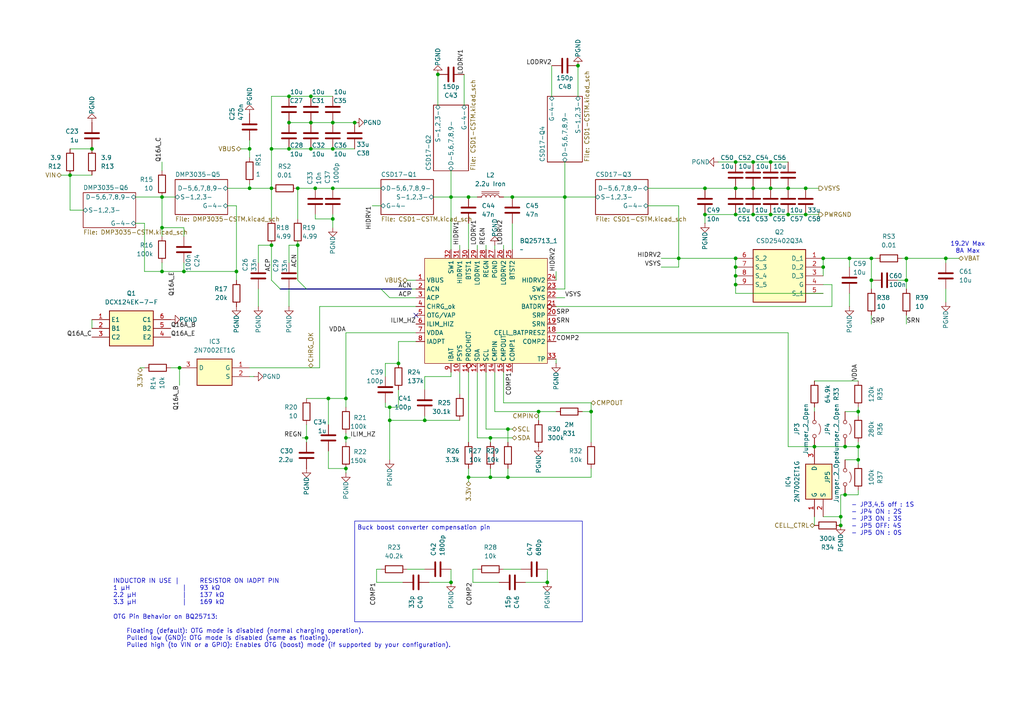
<source format=kicad_sch>
(kicad_sch (version 20250114) (generator "eeschema") (generator_version "9.0")
  (paper "A4")
  (rectangle (start 102.87 151.13) (end 168.91 180.34))
  (text "OTG Pin Behavior on BQ25713:\n\n    Floating (default): OTG mode is disabled (normal charging operation).\n    Pulled low (GND): OTG mode is disabled (same as floating).\n    Pulled high (to VIN or a GPIO): Enables OTG (boost) mode (if supported by your configuration).\n" (at 32.766 183.134 0) (effects (font (size 1.27 1.27)) (justify left)))
  (text "19.2V Max\n8A Max" (at 280.67 71.882 0) (effects (font (size 1.27 1.27))))
  (text " - JP3,4,5 off : 1S\n - JP4 ON : 2S\n - JP3 ON : 3S\n - JP5 OFF: 4S\n - JP5 ON : 0S" (at 245.872 150.622 0) (effects (font (size 1.27 1.27)) (justify left)))
  (text "INDUCTOR IN USE |	RESISTOR ON IADPT PIN\n1 μH 			|	93 kΩ\n2.2 μH 			|	137 kΩ\n3.3 μH 			|	169 kΩ" (at 32.766 171.704 0) (effects (font (size 1.27 1.27)) (justify left)))
  (text "Buck boost converter compensation pin" (at 122.936 153.162 0) (effects (font (size 1.27 1.27))))
  (junction (at 127 21.59))
  (junction (at 96.52 54.61))
  (junction (at 96.52 43.18))
  (junction (at 91.44 54.61))
  (junction (at 218.44 62.23))
  (junction (at 196.85 74.93))
  (junction (at 72.39 43.18))
  (junction (at 46.99 66.04))
  (junction (at 243.84 149.86))
  (junction (at 246.38 74.93))
  (junction (at 90.17 35.56))
  (junction (at 135.89 138.43))
  (junction (at 83.82 27.94))
  (junction (at 100.33 135.89))
  (junction (at 238.76 74.93))
  (junction (at 252.73 81.28))
  (junction (at 130.81 168.91))
  (junction (at 238.76 77.47))
  (junction (at 148.59 57.15))
  (junction (at 233.68 54.61))
  (junction (at 90.17 43.18))
  (junction (at 115.57 105.41))
  (junction (at 95.25 115.57))
  (junction (at 171.45 119.38))
  (junction (at 228.6 54.61))
  (junction (at 46.99 78.74))
  (junction (at 167.64 19.05))
  (junction (at 113.03 118.11))
  (junction (at 213.36 62.23))
  (junction (at 102.87 35.56))
  (junction (at 83.82 35.56))
  (junction (at 135.89 57.15))
  (junction (at 233.68 62.23))
  (junction (at 100.33 115.57))
  (junction (at 130.81 57.15))
  (junction (at 46.99 57.15))
  (junction (at 213.36 74.93))
  (junction (at 248.92 133.35))
  (junction (at 245.11 143.51))
  (junction (at 100.33 127))
  (junction (at 223.52 62.23))
  (junction (at 20.32 50.8))
  (junction (at 248.92 119.38))
  (junction (at 243.84 152.4))
  (junction (at 262.89 74.93))
  (junction (at 68.58 78.74))
  (junction (at 213.36 80.01))
  (junction (at 262.89 81.28))
  (junction (at 163.83 57.15))
  (junction (at 147.32 124.46))
  (junction (at 142.24 138.43))
  (junction (at 213.36 46.99))
  (junction (at 86.36 71.12))
  (junction (at 26.67 43.18))
  (junction (at 213.36 77.47))
  (junction (at 53.34 78.74))
  (junction (at 90.17 27.94))
  (junction (at 113.03 121.92))
  (junction (at 78.74 71.12))
  (junction (at 252.73 74.93))
  (junction (at 274.32 74.93))
  (junction (at 218.44 54.61))
  (junction (at 236.22 129.54))
  (junction (at 204.47 62.23))
  (junction (at 248.92 129.54))
  (junction (at 245.11 129.54))
  (junction (at 96.52 35.56))
  (junction (at 218.44 46.99))
  (junction (at 83.82 43.18))
  (junction (at 142.24 127))
  (junction (at 223.52 46.99))
  (junction (at 156.21 119.38))
  (junction (at 213.36 54.61))
  (junction (at 147.32 138.43))
  (junction (at 223.52 54.61))
  (junction (at 78.74 54.61))
  (junction (at 123.19 121.92))
  (junction (at 96.52 63.5))
  (junction (at 204.47 54.61))
  (junction (at 72.39 54.61))
  (junction (at 52.07 106.68))
  (junction (at 78.74 43.18))
  (junction (at 228.6 62.23))
  (junction (at 86.36 54.61))
  (junction (at 213.36 82.55))
  (junction (at 158.75 168.91))
  (junction (at 88.9 127))
  (no_connect (at 120.65 91.44))
  (bus_entry (at 86.36 81.28) (size 2.54 2.54))
  (bus_entry (at 78.74 81.28) (size 2.54 2.54))
  (bus_entry (at 110.49 83.82) (size 2.54 2.54))
  (wire (pts (xy 196.85 74.93) (xy 213.36 74.93)))
  (wire (pts (xy 46.99 49.53) (xy 46.99 46.99)))
  (wire (pts (xy 274.32 74.93) (xy 278.13 74.93)))
  (wire (pts (xy 113.03 121.92) (xy 113.03 133.35)))
  (wire (pts (xy 213.36 62.23) (xy 218.44 62.23)))
  (wire (pts (xy 248.92 129.54) (xy 248.92 133.35)))
  (wire (pts (xy 115.57 99.06) (xy 120.65 99.06)))
  (wire (pts (xy 236.22 149.86) (xy 236.22 152.4)))
  (wire (pts (xy 90.17 43.18) (xy 96.52 43.18)))
  (wire (pts (xy 113.03 118.11) (xy 115.57 118.11)))
  (wire (pts (xy 91.44 63.5) (xy 96.52 63.5)))
  (wire (pts (xy 69.85 43.18) (xy 72.39 43.18)))
  (wire (pts (xy 143.51 119.38) (xy 143.51 107.95)))
  (wire (pts (xy 135.89 57.15) (xy 138.43 57.15)))
  (wire (pts (xy 95.25 115.57) (xy 88.9 115.57)))
  (wire (pts (xy 72.39 54.61) (xy 78.74 54.61)))
  (wire (pts (xy 218.44 46.99) (xy 223.52 46.99)))
  (wire (pts (xy 260.35 81.28) (xy 262.89 81.28)))
  (wire (pts (xy 107.95 59.69) (xy 110.49 59.69)))
  (wire (pts (xy 74.93 88.9) (xy 74.93 83.82)))
  (wire (pts (xy 123.19 120.65) (xy 123.19 121.92)))
  (wire (pts (xy 46.99 68.58) (xy 46.99 66.04)))
  (wire (pts (xy 171.45 135.89) (xy 171.45 138.43)))
  (wire (pts (xy 262.89 83.82) (xy 262.89 81.28)))
  (wire (pts (xy 83.82 27.94) (xy 90.17 27.94)))
  (wire (pts (xy 138.43 71.12) (xy 138.43 72.39)))
  (wire (pts (xy 68.58 59.69) (xy 68.58 78.74)))
  (wire (pts (xy 147.32 128.27) (xy 147.32 124.46)))
  (wire (pts (xy 83.82 76.2) (xy 83.82 71.12)))
  (wire (pts (xy 109.22 165.1) (xy 110.49 165.1)))
  (wire (pts (xy 233.68 62.23) (xy 237.49 62.23)))
  (wire (pts (xy 246.38 88.9) (xy 246.38 85.09)))
  (wire (pts (xy 228.6 96.52) (xy 228.6 129.54)))
  (wire (pts (xy 163.83 46.99) (xy 163.83 57.15)))
  (wire (pts (xy 78.74 71.12) (xy 74.93 71.12)))
  (wire (pts (xy 137.16 168.91) (xy 137.16 165.1)))
  (wire (pts (xy 88.9 123.19) (xy 88.9 127)))
  (wire (pts (xy 39.37 57.15) (xy 46.99 57.15)))
  (wire (pts (xy 228.6 54.61) (xy 233.68 54.61)))
  (wire (pts (xy 238.76 74.93) (xy 238.76 77.47)))
  (wire (pts (xy 161.29 83.82) (xy 163.83 83.82)))
  (wire (pts (xy 147.32 135.89) (xy 147.32 138.43)))
  (wire (pts (xy 204.47 62.23) (xy 213.36 62.23)))
  (wire (pts (xy 83.82 83.82) (xy 83.82 88.9)))
  (wire (pts (xy 92.71 88.9) (xy 92.71 106.68)))
  (wire (pts (xy 243.84 152.4) (xy 243.84 149.86)))
  (bus (pts (xy 110.49 83.82) (xy 119.38 83.82)))
  (wire (pts (xy 118.11 81.28) (xy 120.65 81.28)))
  (wire (pts (xy 245.11 119.38) (xy 248.92 119.38)))
  (wire (pts (xy 133.35 107.95) (xy 133.35 114.3)))
  (wire (pts (xy 274.32 74.93) (xy 274.32 76.2)))
  (wire (pts (xy 148.59 127) (xy 142.24 127)))
  (wire (pts (xy 156.21 121.92) (xy 156.21 119.38)))
  (wire (pts (xy 140.97 71.12) (xy 140.97 72.39)))
  (wire (pts (xy 66.04 54.61) (xy 72.39 54.61)))
  (wire (pts (xy 228.6 62.23) (xy 233.68 62.23)))
  (wire (pts (xy 113.03 121.92) (xy 123.19 121.92)))
  (wire (pts (xy 161.29 96.52) (xy 228.6 96.52)))
  (wire (pts (xy 111.76 118.11) (xy 111.76 116.84)))
  (wire (pts (xy 161.29 105.41) (xy 161.29 104.14)))
  (bus (pts (xy 88.9 83.82) (xy 110.49 83.82)))
  (wire (pts (xy 248.92 118.11) (xy 248.92 119.38)))
  (wire (pts (xy 160.02 27.94) (xy 160.02 19.05)))
  (wire (pts (xy 66.04 59.69) (xy 68.58 59.69)))
  (wire (pts (xy 171.45 119.38) (xy 171.45 128.27)))
  (wire (pts (xy 163.83 57.15) (xy 148.59 57.15)))
  (wire (pts (xy 86.36 69.85) (xy 86.36 71.12)))
  (wire (pts (xy 152.4 168.91) (xy 158.75 168.91)))
  (wire (pts (xy 20.32 60.96) (xy 24.13 60.96)))
  (wire (pts (xy 115.57 113.03) (xy 115.57 118.11)))
  (wire (pts (xy 243.84 143.51) (xy 245.11 143.51)))
  (wire (pts (xy 228.6 46.99) (xy 223.52 46.99)))
  (wire (pts (xy 245.11 129.54) (xy 236.22 129.54)))
  (wire (pts (xy 86.36 54.61) (xy 91.44 54.61)))
  (wire (pts (xy 228.6 129.54) (xy 236.22 129.54)))
  (wire (pts (xy 100.33 96.52) (xy 120.65 96.52)))
  (wire (pts (xy 78.74 43.18) (xy 78.74 27.94)))
  (wire (pts (xy 248.92 129.54) (xy 245.11 129.54)))
  (wire (pts (xy 86.36 54.61) (xy 86.36 63.5)))
  (wire (pts (xy 96.52 54.61) (xy 110.49 54.61)))
  (wire (pts (xy 88.9 127) (xy 88.9 128.27)))
  (wire (pts (xy 20.32 60.96) (xy 20.32 50.8)))
  (wire (pts (xy 123.19 121.92) (xy 133.35 121.92)))
  (wire (pts (xy 140.97 124.46) (xy 140.97 107.95)))
  (wire (pts (xy 208.28 46.99) (xy 213.36 46.99)))
  (wire (pts (xy 204.47 54.61) (xy 213.36 54.61)))
  (wire (pts (xy 156.21 119.38) (xy 161.29 119.38)))
  (wire (pts (xy 196.85 74.93) (xy 196.85 77.47)))
  (wire (pts (xy 74.93 71.12) (xy 74.93 76.2)))
  (wire (pts (xy 213.36 74.93) (xy 213.36 77.47)))
  (wire (pts (xy 72.39 40.64) (xy 72.39 43.18)))
  (wire (pts (xy 96.52 62.23) (xy 96.52 63.5)))
  (wire (pts (xy 135.89 107.95) (xy 135.89 128.27)))
  (wire (pts (xy 236.22 118.11) (xy 236.22 119.38)))
  (wire (pts (xy 135.89 135.89) (xy 135.89 138.43)))
  (wire (pts (xy 196.85 77.47) (xy 191.77 77.47)))
  (wire (pts (xy 213.36 54.61) (xy 218.44 54.61)))
  (wire (pts (xy 116.84 168.91) (xy 109.22 168.91)))
  (wire (pts (xy 146.05 165.1) (xy 151.13 165.1)))
  (wire (pts (xy 53.34 78.74) (xy 68.58 78.74)))
  (wire (pts (xy 274.32 87.63) (xy 274.32 83.82)))
  (wire (pts (xy 243.84 149.86) (xy 243.84 143.51)))
  (wire (pts (xy 68.58 78.74) (xy 68.58 81.28)))
  (wire (pts (xy 91.44 54.61) (xy 96.52 54.61)))
  (wire (pts (xy 223.52 62.23) (xy 228.6 62.23)))
  (wire (pts (xy 83.82 43.18) (xy 78.74 43.18)))
  (wire (pts (xy 248.92 128.27) (xy 248.92 129.54)))
  (wire (pts (xy 246.38 77.47) (xy 246.38 74.93)))
  (wire (pts (xy 53.34 76.2) (xy 53.34 78.74)))
  (wire (pts (xy 167.64 27.94) (xy 167.64 19.05)))
  (wire (pts (xy 161.29 88.9) (xy 241.3 88.9)))
  (wire (pts (xy 39.37 64.77) (xy 41.91 64.77)))
  (wire (pts (xy 46.99 76.2) (xy 46.99 78.74)))
  (wire (pts (xy 161.29 86.36) (xy 163.83 86.36)))
  (wire (pts (xy 130.81 57.15) (xy 130.81 49.53)))
  (wire (pts (xy 90.17 43.18) (xy 83.82 43.18)))
  (wire (pts (xy 41.91 78.74) (xy 46.99 78.74)))
  (wire (pts (xy 248.92 133.35) (xy 245.11 133.35)))
  (wire (pts (xy 95.25 123.19) (xy 95.25 115.57)))
  (wire (pts (xy 135.89 138.43) (xy 142.24 138.43)))
  (wire (pts (xy 196.85 59.69) (xy 196.85 74.93)))
  (wire (pts (xy 241.3 82.55) (xy 238.76 82.55)))
  (wire (pts (xy 111.76 105.41) (xy 115.57 105.41)))
  (wire (pts (xy 118.11 165.1) (xy 123.19 165.1)))
  (wire (pts (xy 100.33 127) (xy 101.6 127)))
  (wire (pts (xy 237.49 54.61) (xy 233.68 54.61)))
  (wire (pts (xy 148.59 124.46) (xy 147.32 124.46)))
  (wire (pts (xy 171.45 138.43) (xy 147.32 138.43)))
  (wire (pts (xy 161.29 78.74) (xy 161.29 81.28)))
  (wire (pts (xy 72.39 53.34) (xy 72.39 54.61)))
  (wire (pts (xy 26.67 92.71) (xy 26.67 95.25)))
  (wire (pts (xy 96.52 63.5) (xy 96.52 66.04)))
  (wire (pts (xy 17.78 50.8) (xy 20.32 50.8)))
  (wire (pts (xy 130.81 107.95) (xy 130.81 109.22)))
  (wire (pts (xy 218.44 46.99) (xy 213.36 46.99)))
  (wire (pts (xy 262.89 74.93) (xy 274.32 74.93)))
  (wire (pts (xy 26.67 50.8) (xy 20.32 50.8)))
  (wire (pts (xy 86.36 71.12) (xy 86.36 81.28)))
  (wire (pts (xy 100.33 135.89) (xy 100.33 137.16)))
  (wire (pts (xy 146.05 71.12) (xy 146.05 72.39)))
  (wire (pts (xy 125.73 57.15) (xy 130.81 57.15)))
  (wire (pts (xy 261.62 74.93) (xy 262.89 74.93)))
  (wire (pts (xy 142.24 127) (xy 142.24 128.27)))
  (wire (pts (xy 90.17 27.94) (xy 96.52 27.94)))
  (wire (pts (xy 20.32 43.18) (xy 26.67 43.18)))
  (wire (pts (xy 238.76 85.09) (xy 213.36 85.09)))
  (wire (pts (xy 78.74 71.12) (xy 78.74 81.28)))
  (wire (pts (xy 130.81 57.15) (xy 130.81 72.39)))
  (wire (pts (xy 100.33 118.11) (xy 100.33 115.57)))
  (wire (pts (xy 41.91 64.77) (xy 41.91 78.74)))
  (wire (pts (xy 100.33 96.52) (xy 100.33 115.57)))
  (wire (pts (xy 130.81 57.15) (xy 135.89 57.15)))
  (wire (pts (xy 248.92 143.51) (xy 245.11 143.51)))
  (wire (pts (xy 142.24 127) (xy 138.43 127)))
  (wire (pts (xy 113.03 86.36) (xy 120.65 86.36)))
  (wire (pts (xy 53.34 66.04) (xy 46.99 66.04)))
  (wire (pts (xy 95.25 130.81) (xy 95.25 135.89)))
  (wire (pts (xy 213.36 77.47) (xy 213.36 80.01)))
  (wire (pts (xy 113.03 118.11) (xy 113.03 121.92)))
  (wire (pts (xy 137.16 165.1) (xy 138.43 165.1)))
  (wire (pts (xy 163.83 83.82) (xy 163.83 57.15)))
  (wire (pts (xy 238.76 77.47) (xy 238.76 80.01)))
  (wire (pts (xy 252.73 74.93) (xy 252.73 81.28)))
  (wire (pts (xy 78.74 54.61) (xy 78.74 63.5)))
  (wire (pts (xy 123.19 109.22) (xy 123.19 113.03)))
  (wire (pts (xy 109.22 168.91) (xy 109.22 165.1)))
  (wire (pts (xy 248.92 110.49) (xy 236.22 110.49)))
  (wire (pts (xy 146.05 57.15) (xy 148.59 57.15)))
  (wire (pts (xy 140.97 124.46) (xy 147.32 124.46)))
  (wire (pts (xy 46.99 66.04) (xy 46.99 57.15)))
  (wire (pts (xy 252.73 81.28) (xy 252.73 83.82)))
  (wire (pts (xy 262.89 93.98) (xy 262.89 91.44)))
  (wire (pts (xy 148.59 64.77) (xy 148.59 72.39)))
  (wire (pts (xy 83.82 71.12) (xy 86.36 71.12)))
  (wire (pts (xy 163.83 57.15) (xy 172.72 57.15)))
  (wire (pts (xy 130.81 168.91) (xy 130.81 165.1)))
  (wire (pts (xy 95.25 135.89) (xy 100.33 135.89)))
  (wire (pts (xy 142.24 138.43) (xy 147.32 138.43)))
  (wire (pts (xy 248.92 133.35) (xy 248.92 134.62)))
  (wire (pts (xy 196.85 59.69) (xy 187.96 59.69)))
  (wire (pts (xy 168.91 119.38) (xy 171.45 119.38)))
  (wire (pts (xy 102.87 35.56) (xy 96.52 35.56)))
  (wire (pts (xy 146.05 107.95) (xy 146.05 116.84)))
  (wire (pts (xy 171.45 116.84) (xy 171.45 119.38)))
  (wire (pts (xy 158.75 168.91) (xy 158.75 165.1)))
  (wire (pts (xy 115.57 105.41) (xy 115.57 99.06)))
  (wire (pts (xy 254 74.93) (xy 252.73 74.93)))
  (wire (pts (xy 187.96 54.61) (xy 204.47 54.61)))
  (wire (pts (xy 137.16 168.91) (xy 144.78 168.91)))
  (wire (pts (xy 135.89 139.7) (xy 135.89 138.43)))
  (wire (pts (xy 228.6 54.61) (xy 223.52 54.61)))
  (wire (pts (xy 72.39 43.18) (xy 72.39 45.72)))
  (wire (pts (xy 52.07 106.68) (xy 52.07 111.76)))
  (wire (pts (xy 100.33 125.73) (xy 100.33 127)))
  (wire (pts (xy 111.76 118.11) (xy 113.03 118.11)))
  (wire (pts (xy 134.62 30.48) (xy 134.62 21.59)))
  (wire (pts (xy 218.44 54.61) (xy 223.52 54.61)))
  (wire (pts (xy 135.89 64.77) (xy 135.89 72.39)))
  (wire (pts (xy 91.44 62.23) (xy 91.44 63.5)))
  (wire (pts (xy 142.24 135.89) (xy 142.24 138.43)))
  (wire (pts (xy 143.51 71.12) (xy 143.51 72.39)))
  (wire (pts (xy 143.51 119.38) (xy 156.21 119.38)))
  (wire (pts (xy 213.36 82.55) (xy 213.36 85.09)))
  (wire (pts (xy 238.76 74.93) (xy 246.38 74.93)))
  (wire (pts (xy 87.63 127) (xy 88.9 127)))
  (wire (pts (xy 40.64 106.68) (xy 41.91 106.68)))
  (wire (pts (xy 124.46 168.91) (xy 130.81 168.91)))
  (wire (pts (xy 72.39 106.68) (xy 92.71 106.68)))
  (wire (pts (xy 246.38 74.93) (xy 252.73 74.93)))
  (wire (pts (xy 252.73 93.98) (xy 252.73 91.44)))
  (wire (pts (xy 46.99 57.15) (xy 50.8 57.15)))
  (bus (pts (xy 81.28 83.82) (xy 88.9 83.82)))
  (wire (pts (xy 204.47 62.23) (xy 204.47 64.77)))
  (wire (pts (xy 78.74 43.18) (xy 78.74 54.61)))
  (wire (pts (xy 133.35 71.12) (xy 133.35 72.39)))
  (wire (pts (xy 130.81 109.22) (xy 123.19 109.22)))
  (wire (pts (xy 53.34 68.58) (xy 53.34 66.04)))
  (wire (pts (xy 238.76 149.86) (xy 243.84 149.86)))
  (wire (pts (xy 100.33 127) (xy 100.33 128.27)))
  (wire (pts (xy 146.05 116.84) (xy 171.45 116.84)))
  (wire (pts (xy 262.89 81.28) (xy 262.89 74.93)))
  (wire (pts (xy 213.36 80.01) (xy 213.36 82.55)))
  (wire (pts (xy 127 30.48) (xy 127 21.59)))
  (wire (pts (xy 191.77 74.93) (xy 196.85 74.93)))
  (wire (pts (xy 73.66 109.22) (xy 72.39 109.22)))
  (wire (pts (xy 111.76 109.22) (xy 111.76 105.41)))
  (wire (pts (xy 78.74 27.94) (xy 83.82 27.94)))
  (wire (pts (xy 83.82 35.56) (xy 90.17 35.56)))
  (wire (pts (xy 49.53 106.68) (xy 52.07 106.68)))
  (wire (pts (xy 138.43 127) (xy 138.43 107.95)))
  (wire (pts (xy 119.38 83.82) (xy 120.65 83.82)))
  (wire (pts (xy 218.44 62.23) (xy 223.52 62.23)))
  (wire (pts (xy 120.65 88.9) (xy 92.71 88.9)))
  (wire (pts (xy 96.52 43.18) (xy 102.87 43.18)))
  (wire (pts (xy 248.92 142.24) (xy 248.92 143.51)))
  (wire (pts (xy 90.17 35.56) (xy 96.52 35.56)))
  (wire (pts (xy 248.92 119.38) (xy 248.92 120.65)))
  (wire (pts (xy 241.3 88.9) (xy 241.3 82.55)))
  (wire (pts (xy 46.99 78.74) (xy 53.34 78.74)))
  (wire (pts (xy 95.25 115.57) (xy 100.33 115.57)))
  (label "HIDRV1" (at 133.35 71.12 90))
  (label "ACN" (at 119.38 83.82 180))
  (label "LODRV1" (at 134.62 21.59 90))
  (label "Q16A_C" (at 46.99 46.99 90))
  (label "Q16A_E" (at 50.8 78.74 270))
  (label "REGN" (at 87.63 127 180))
  (label "COMP1" (at 109.22 168.91 270))
  (label "Q16A_C" (at 26.67 97.79 180))
  (label "LODRV2" (at 146.05 71.12 90))
  (label "SRN" (at 262.89 93.98 0))
  (label "VSYS" (at 191.77 77.47 180))
  (label "COMP2" (at 161.29 99.06 0))
  (label "REGN" (at 140.97 71.12 90))
  (label "SRP" (at 161.29 91.44 0))
  (label "SRP" (at 252.73 93.98 0))
  (label "COMP1" (at 148.59 107.95 270))
  (label "Q16A_E" (at 49.53 97.79 0))
  (label "HIDRV2" (at 191.77 74.93 180))
  (label "LODRV1" (at 138.43 71.12 90))
  (label "HIDRV2" (at 161.29 78.74 90))
  (label "VDDA" (at 100.33 96.52 180))
  (label "ILIM_HZ" (at 120.65 93.98 180))
  (label "ACP" (at 78.74 74.93 270))
  (label "HIDRV1" (at 107.95 59.69 270))
  (label "LODRV2" (at 160.02 19.05 180))
  (label "ILIM_HZ" (at 101.6 127 0))
  (label "VDDA" (at 248.92 110.49 90))
  (label "VSYS" (at 163.83 86.36 0))
  (label "Q16A_B" (at 49.53 95.25 0))
  (label "COMP2" (at 137.16 168.91 270))
  (label "Q16A_B" (at 52.07 111.76 270))
  (label "ACP" (at 119.38 86.36 180))
  (label "SRN" (at 161.29 93.98 0))
  (label "ACN" (at 86.36 73.66 270))
  (hierarchical_label "VSYS" (shape output) (at 237.49 54.61 0))
  (hierarchical_label "VBUS" (shape bidirectional) (at 118.11 81.28 180))
  (hierarchical_label "CMPOUT" (shape bidirectional) (at 171.45 116.84 0))
  (hierarchical_label "VBAT" (shape bidirectional) (at 278.13 74.93 0))
  (hierarchical_label "CELL_CTRL" (shape bidirectional) (at 236.22 152.4 180))
  (hierarchical_label "3.3V" (shape bidirectional) (at 40.64 106.68 270))
  (hierarchical_label "VBUS" (shape bidirectional) (at 69.85 43.18 180))
  (hierarchical_label "CHRG_OK" (shape bidirectional) (at 90.17 106.68 90))
  (hierarchical_label "SDA" (shape bidirectional) (at 148.59 127 0))
  (hierarchical_label "VIN" (shape bidirectional) (at 17.78 50.8 180))
  (hierarchical_label "3.3V" (shape bidirectional) (at 135.89 139.7 270))
  (hierarchical_label "SCL" (shape bidirectional) (at 148.59 124.46 0))
  (hierarchical_label "PWRGND" (shape output) (at 237.49 62.23 0))
  (hierarchical_label "CMPIN" (shape bidirectional) (at 156.21 120.65 180))
  (symbol (lib_id "Custom-Vincent:DCX124EK-7-F") (at 26.67 92.71 0) (unit 1)
    (property "Reference" "Q1" (at 38.1 85.09 0))
    (property "Value" "DCX124EK-7-F" (at 38.1 87.63 0))
    (property "Footprint" "Custom-Vincent:DCX124EK-7-F" (effects (hide yes)))
    (property "Datasheet" "https://www.diodes.com//assets/Datasheets/DCX_XXXX_K.pdf" (effects (hide yes)))
    (property "Description" "Bipolar Transistors - Pre-Biased PREBIASED TRANSISTOR SOT-26 300MW" (effects (hide yes)))
    (property "Height" "1.4" (effects (hide yes)))
    (property "Mouser Part Number" "621-DCX124EK-7-F" (effects (hide yes)))
    (property "Mouser Price/Stock" "https://www.mouser.co.uk/ProductDetail/Diodes-Incorporated/DCX124EK-7-F?qs=oVWkMaT70e5dmImuN6ueZA%3D%3D" (effects (hide yes)))
    (property "Manufacturer_Name" "Diodes Incorporated" (effects (hide yes)))
    (property "Manufacturer_Part_Number" "DCX124EK-7-F" (effects (hide yes)))
    (property "Number-JLCPCB" "C460189" (effects (hide yes)))
  )
  (symbol (lib_id "Device:R") (at 86.36 67.31 180) (unit 1)
    (property "Reference" "R19" (at 87.63 66.04 0) (effects (justify right)))
    (property "Value" "4.99" (at 87.63 68.58 0) (effects (justify right)))
    (property "Footprint" "Resistor_SMD:R_0603_1608Metric_Pad0.98x0.95mm_HandSolder" (effects (hide yes)))
    (property "Description" "Resistor" (effects (hide yes)))
    (property "Mouser Part Number" "0603WAF499KT5E" (effects (hide yes)))
    (property "Number-JLCPCB" "C23165" (effects (hide yes)))
  )
  (symbol (lib_id "Device:R") (at 262.89 87.63 180) (unit 1)
    (property "Reference" "R39" (at 265.43 86.3599 0) (effects (justify right)))
    (property "Value" "10" (at 265.43 88.8999 0) (effects (justify right)))
    (property "Footprint" "Resistor_SMD:R_0603_1608Metric_Pad0.98x0.95mm_HandSolder" (effects (hide yes)))
    (property "Description" "Resistor" (effects (hide yes)))
    (property "Mouser Part Number" "CRCW060310R0FKEAHP" (effects (hide yes)))
    (property "Number-JLCPCB" "C313648" (effects (hide yes)))
  )
  (symbol (lib_id "Jumper:Jumper_2_Open") (at 245.11 124.46 270) (mirror x) (unit 1)
    (property "Reference" "JP4" (at 240.03 124.46 0))
    (property "Value" "Jumper_2_Open" (at 242.57 124.46 0))
    (property "Footprint" "Connector_PinHeader_2.54mm:PinHeader_1x02_P2.54mm_Vertical" (effects (hide yes)))
    (property "Description" "Jumper, 2-pole, open" (effects (hide yes)))
    (property "Mouser Part Number" "HX PZ2.54-1x2P ZZ" (effects (hide yes)))
    (property "Number-JLCPCB" "C32713268" (effects (hide yes)))
  )
  (symbol (lib_id "Device:R") (at 165.1 119.38 90) (unit 1)
    (property "Reference" "R31" (at 165.1 125.73 90))
    (property "Value" "2M" (at 165.1 123.19 90))
    (property "Footprint" "Resistor_SMD:R_0603_1608Metric_Pad0.98x0.95mm_HandSolder" (effects (hide yes)))
    (property "Description" "Resistor" (effects (hide yes)))
    (property "Number-JLCPCB" "C22976" (effects (hide yes)))
    (property "Mouser Part Number" "0603WAF2004T5E" (effects (hide yes)))
  )
  (symbol (lib_id "Jumper:Jumper_2_Open") (at 236.22 124.46 270) (mirror x) (unit 1)
    (property "Reference" "JP3" (at 231.14 124.46 0))
    (property "Value" "Jumper_2_Open" (at 233.68 124.46 0))
    (property "Footprint" "Connector_PinHeader_2.54mm:PinHeader_1x02_P2.54mm_Vertical" (effects (hide yes)))
    (property "Description" "Jumper, 2-pole, open" (effects (hide yes)))
    (property "Mouser Part Number" "HX PZ2.54-1x2P ZZ" (effects (hide yes)))
    (property "Number-JLCPCB" "C32713268" (effects (hide yes)))
  )
  (symbol (lib_id "Device:C") (at 123.19 116.84 0) (mirror y) (unit 1)
    (property "Reference" "C41" (at 119.38 115.5699 0) (effects (justify left)))
    (property "Value" "100p" (at 119.38 118.1099 0) (effects (justify left)))
    (property "Footprint" "Capacitor_SMD:C_0603_1608Metric_Pad1.08x0.95mm_HandSolder" (effects (hide yes)))
    (property "Description" "Unpolarized capacitor" (effects (hide yes)))
    (property "Mouser Part Number" "C0603C101J5GAC" (effects (hide yes)))
    (property "Number-JLCPCB" "C561788" (effects (hide yes)))
  )
  (symbol (lib_id "Device:C") (at 96.52 39.37 180) (unit 1)
    (property "Reference" "C36" (at 96.774 42.164 0) (effects (justify right)))
    (property "Value" "10u" (at 96.774 44.704 0) (effects (justify right)))
    (property "Footprint" "Capacitor_SMD:C_1206_3216Metric_Pad1.33x1.80mm_HandSolder" (effects (hide yes)))
    (property "Description" "Unpolarized capacitor" (effects (hide yes)))
    (property "Mouser Part Number" "GRM31CR71E106KA12L" (effects (hide yes)))
    (property "Number-JLCPCB" "C77093" (effects (hide yes)))
  )
  (symbol (lib_id "Device:R") (at 257.81 74.93 90) (unit 1)
    (property "Reference" "RS3" (at 257.81 68.58 90))
    (property "Value" "0.01" (at 257.81 71.12 90))
    (property "Footprint" "Resistor_SMD:R_1206_3216Metric_Pad1.30x1.75mm_HandSolder" (effects (hide yes)))
    (property "Datasheet" "https://www.mouser.fr/ProductDetail/Vishay-Dale/WSLP1206R0100FEA?qs=eFWhpKjIuGi0NI6XY8kkuw%3D%3D&srsltid=AfmBOoooiI7McZIlskk4Rx-Hyib-gmdAcVB4XZEoWDNt75eXP4xAhs-C" (effects (hide yes)))
    (property "Description" "Resistor" (effects (hide yes)))
    (property "Mouser Part Number" "71-WSLP1206R0100FEA " (effects (hide yes)))
    (property "Number-JLCPCB" "C844910" (effects (hide yes)))
  )
  (symbol (lib_id "Device:C") (at 83.82 39.37 180) (unit 1)
    (property "Reference" "C28" (at 84.074 42.164 0) (effects (justify right)))
    (property "Value" "10u" (at 84.074 44.704 0) (effects (justify right)))
    (property "Footprint" "Capacitor_SMD:C_1206_3216Metric_Pad1.33x1.80mm_HandSolder" (effects (hide yes)))
    (property "Description" "Unpolarized capacitor" (effects (hide yes)))
    (property "Mouser Part Number" "GRM31CR71E106KA12L" (effects (hide yes)))
    (property "Number-JLCPCB" "C77093" (effects (hide yes)))
  )
  (symbol (lib_id "power:GND") (at 73.66 109.22 90) (unit 1)
    (property "Reference" "#PWR044" (effects (hide yes)))
    (property "Value" "PGND" (at 78.74 109.22 90))
    (property "Description" "Power symbol creates a global label with name \"GND\" , ground" (effects (hide yes)))
  )
  (symbol (lib_id "Device:R") (at 115.57 109.22 0) (unit 1)
    (property "Reference" "R24" (at 118.11 107.9499 0) (effects (justify left)))
    (property "Value" "137k" (at 118.11 110.4899 0) (effects (justify left)))
    (property "Footprint" "Resistor_SMD:R_0603_1608Metric_Pad0.98x0.95mm_HandSolder" (effects (hide yes)))
    (property "Description" "Resistor" (effects (hide yes)))
    (property "Number-JLCPCB" "C22872" (effects (hide yes)))
    (property "Mouser Part Number" "0603WAF1373T5E" (effects (hide yes)))
  )
  (symbol (lib_id "Device:R") (at 156.21 125.73 180) (unit 1)
    (property "Reference" "R30" (at 158.75 124.4599 0) (effects (justify right)))
    (property "Value" "300k" (at 158.75 126.9999 0) (effects (justify right)))
    (property "Footprint" "Resistor_SMD:R_0603_1608Metric_Pad0.98x0.95mm_HandSolder" (effects (hide yes)))
    (property "Description" "Resistor" (effects (hide yes)))
    (property "Mouser Part Number" "CRCW0603300KFKEA" (effects (hide yes)))
    (property "Number-JLCPCB" "C844772" (effects (hide yes)))
  )
  (symbol (lib_id "Device:R") (at 46.99 53.34 0) (mirror x) (unit 1)
    (property "Reference" "R15" (at 44.45 52.0699 0) (effects (justify right)))
    (property "Value" "10" (at 44.45 54.6099 0) (effects (justify right)))
    (property "Footprint" "Resistor_SMD:R_1206_3216Metric_Pad1.30x1.75mm_HandSolder" (effects (hide yes)))
    (property "Description" "Resistor" (effects (hide yes)))
    (property "Mouser Part Number" "1206W4F100JT5E" (effects (hide yes)))
    (property "Number-JLCPCB" "C17903" (effects (hide yes)))
  )
  (symbol (lib_id "Device:C") (at 218.44 58.42 0) (mirror y) (unit 1)
    (property "Reference" "C53" (at 218.948 63.5 0) (effects (justify right)))
    (property "Value" "10u" (at 218.948 60.96 0) (effects (justify right)))
    (property "Footprint" "Capacitor_SMD:C_1206_3216Metric_Pad1.33x1.80mm_HandSolder" (effects (hide yes)))
    (property "Description" "Unpolarized capacitor" (effects (hide yes)))
    (property "Mouser Part Number" "GRM31CR71E106KA12L" (effects (hide yes)))
    (property "Number-JLCPCB" "C77093" (effects (hide yes)))
  )
  (symbol (lib_id "Device:C") (at 96.52 58.42 180) (unit 1)
    (property "Reference" "C37" (at 94.996 53.34 90) (effects (justify right)))
    (property "Value" "1000p" (at 97.536 53.34 90) (effects (justify right)))
    (property "Footprint" "Capacitor_SMD:C_0402_1005Metric_Pad0.74x0.62mm_HandSolder" (effects (hide yes)))
    (property "Description" "Unpolarized capacitor" (effects (hide yes)))
    (property "Mouser Part Number" "C0402C102J3RACTU" (effects (hide yes)))
    (property "Number-JLCPCB" "C2169593" (effects (hide yes)))
  )
  (symbol (lib_id "Device:C") (at 246.38 81.28 180) (unit 1)
    (property "Reference" "C59" (at 247.396 76.454 0) (effects (justify right)))
    (property "Value" "10u" (at 247.396 78.994 0) (effects (justify right)))
    (property "Footprint" "Capacitor_SMD:C_1206_3216Metric_Pad1.33x1.80mm_HandSolder" (effects (hide yes)))
    (property "Description" "Unpolarized capacitor" (effects (hide yes)))
    (property "Mouser Part Number" "GRM31CR71E106KA12L" (effects (hide yes)))
    (property "Number-JLCPCB" "C77093" (effects (hide yes)))
  )
  (symbol (lib_id "Device:R") (at 248.92 114.3 180) (unit 1)
    (property "Reference" "R35" (at 255.27 114.3 90))
    (property "Value" "120k" (at 252.73 114.3 90))
    (property "Footprint" "Resistor_SMD:R_0603_1608Metric_Pad0.98x0.95mm_HandSolder" (effects (hide yes)))
    (property "Description" "Resistor" (effects (hide yes)))
    (property "Mouser Part Number" "RC0603FR-07120KL" (effects (hide yes)))
    (property "Number-JLCPCB" "C114607" (effects (hide yes)))
  )
  (symbol (lib_id "Device:R") (at 248.92 138.43 180) (unit 1)
    (property "Reference" "R37" (at 255.27 138.43 90))
    (property "Value" "100k" (at 252.73 138.43 90))
    (property "Footprint" "Resistor_SMD:R_0603_1608Metric_Pad0.98x0.95mm_HandSolder" (effects (hide yes)))
    (property "Description" "Resistor" (effects (hide yes)))
    (property "Mouser Part Number" "603-RC0603FR-07100KL" (effects (hide yes)))
    (property "Number-JLCPCB" "C14675" (effects (hide yes)))
  )
  (symbol (lib_id "Device:C") (at 96.52 31.75 0) (unit 1)
    (property "Reference" "C35" (at 100.584 29.21 0) (effects (justify right)))
    (property "Value" "10u" (at 100.584 26.67 0) (effects (justify right)))
    (property "Footprint" "Capacitor_SMD:C_1206_3216Metric_Pad1.33x1.80mm_HandSolder" (effects (hide yes)))
    (property "Description" "Unpolarized capacitor" (effects (hide yes)))
    (property "Mouser Part Number" "GRM31CR71E106KA12L" (effects (hide yes)))
    (property "Number-JLCPCB" "C77093" (effects (hide yes)))
  )
  (symbol (lib_id "power:GND") (at 83.82 88.9 0) (mirror y) (unit 1)
    (property "Reference" "#PWR046" (effects (hide yes)))
    (property "Value" "PGND" (at 83.82 93.98 90))
    (property "Description" "Power symbol creates a global label with name \"GND\" , ground" (effects (hide yes)))
  )
  (symbol (lib_id "Device:R") (at 82.55 54.61 90) (unit 1)
    (property "Reference" "RS2" (at 82.55 48.26 90))
    (property "Value" "0.01" (at 82.55 50.8 90))
    (property "Footprint" "Resistor_SMD:R_1206_3216Metric_Pad1.30x1.75mm_HandSolder" (effects (hide yes)))
    (property "Datasheet" "https://www.mouser.fr/ProductDetail/Vishay-Dale/WSLP1206R0100FEA?qs=eFWhpKjIuGi0NI6XY8kkuw%3D%3D&srsltid=AfmBOoooiI7McZIlskk4Rx-Hyib-gmdAcVB4XZEoWDNt75eXP4xAhs-C" (effects (hide yes)))
    (property "Description" "Resistor" (effects (hide yes)))
    (property "Mouser Part Number" "71-WSLP1206R0100FEA " (effects (hide yes)))
    (property "Number-JLCPCB" "C844910" (effects (hide yes)))
  )
  (symbol (lib_id "Custom-Vincent:BQ25713_1") (at 139.7 90.17 0) (unit 1)
    (property "Reference" "BQ25713_1" (at 150.7333 69.85 0) (effects (justify left)))
    (property "Value" "~" (at 150.7333 72.39 0) (effects (justify left)))
    (property "Footprint" "Custom-Vincent:QFN40P400X400X80-33N" (effects (hide yes)))
    (property "Mouser Part Number" "BQ25713RSNR" (effects (hide yes)))
    (property "Number-JLCPCB" "C2878935" (effects (hide yes)))
  )
  (symbol (lib_id "Device:R") (at 236.22 114.3 180) (unit 1)
    (property "Reference" "R33" (at 242.57 114.3 90))
    (property "Value" "64.9k" (at 240.03 114.3 90))
    (property "Footprint" "Resistor_SMD:R_0603_1608Metric_Pad0.98x0.95mm_HandSolder" (effects (hide yes)))
    (property "Description" "Resistor" (effects (hide yes)))
    (property "Mouser Part Number" "RC0603FR-0764K9L" (effects (hide yes)))
    (property "Number-JLCPCB" "C137692" (effects (hide yes)))
  )
  (symbol (lib_id "Device:C") (at 72.39 36.83 180) (unit 1)
    (property "Reference" "C25" (at 67.31 35.052 90) (effects (justify right)))
    (property "Value" "470n" (at 69.85 35.052 90) (effects (justify right)))
    (property "Footprint" "Capacitor_SMD:C_0805_2012Metric_Pad1.18x1.45mm_HandSolder" (effects (hide yes)))
    (property "Description" "Unpolarized capacitor" (effects (hide yes)))
    (property "Mouser Part Number" "80-C0805C474M3PACTU" (effects (hide yes)))
    (property "Number-JLCPCB" "C2271305" (effects (hide yes)))
  )
  (symbol (lib_id "Device:R") (at 72.39 49.53 180) (unit 1)
    (property "Reference" "RS1" (at 74.93 48.2599 90) (effects (justify right)))
    (property "Value" "1" (at 74.168 50.546 0) (effects (justify right)))
    (property "Footprint" "Resistor_SMD:R_0805_2012Metric_Pad1.20x1.40mm_HandSolder" (effects (hide yes)))
    (property "Description" "Resistor" (effects (hide yes)))
    (property "Mouser Part Number" "CRCW08051R00JNEAIF" (effects (hide yes)))
    (property "Number-JLCPCB" "C3009412" (effects (hide yes)))
  )
  (symbol (lib_id "Jumper:Jumper_2_Open") (at 245.11 138.43 270) (mirror x) (unit 1)
    (property "Reference" "JP5" (at 240.03 138.43 0))
    (property "Value" "Jumper_2_Open" (at 242.57 138.43 0))
    (property "Footprint" "Connector_PinHeader_2.54mm:PinHeader_1x02_P2.54mm_Vertical" (effects (hide yes)))
    (property "Description" "Jumper, 2-pole, open" (effects (hide yes)))
    (property "Mouser Part Number" "HX PZ2.54-1x2P ZZ" (effects (hide yes)))
    (property "Number-JLCPCB" "C32713268" (effects (hide yes)))
  )
  (symbol (lib_id "power:GND") (at 161.29 105.41 0) (mirror y) (unit 1)
    (property "Reference" "#PWR058" (effects (hide yes)))
    (property "Value" "PGND" (at 161.29 110.49 90))
    (property "Description" "Power symbol creates a global label with name \"GND\" , ground" (effects (hide yes)))
  )
  (symbol (lib_id "Device:C") (at 228.6 58.42 0) (mirror y) (unit 1)
    (property "Reference" "C57" (at 229.108 63.5 0) (effects (justify right)))
    (property "Value" "10u" (at 229.108 60.96 0) (effects (justify right)))
    (property "Footprint" "Capacitor_SMD:C_1206_3216Metric_Pad1.33x1.80mm_HandSolder" (effects (hide yes)))
    (property "Description" "Unpolarized capacitor" (effects (hide yes)))
    (property "Mouser Part Number" "GRM31CR71E106KA12L" (effects (hide yes)))
    (property "Number-JLCPCB" "C77093" (effects (hide yes)))
  )
  (symbol (lib_id "Device:C") (at 223.52 50.8 0) (mirror x) (unit 1)
    (property "Reference" "C54" (at 223.012 45.72 0) (effects (justify right)))
    (property "Value" "10u" (at 223.012 48.26 0) (effects (justify right)))
    (property "Footprint" "Capacitor_SMD:C_1206_3216Metric_Pad1.33x1.80mm_HandSolder" (effects (hide yes)))
    (property "Description" "Unpolarized capacitor" (effects (hide yes)))
    (property "Mouser Part Number" "GRM31CR71E106KA12L" (effects (hide yes)))
    (property "Number-JLCPCB" "C77093" (effects (hide yes)))
  )
  (symbol (lib_id "Device:R") (at 133.35 118.11 0) (mirror y) (unit 1)
    (property "Reference" "R25" (at 130.81 116.8399 0) (effects (justify left)))
    (property "Value" "30.1k" (at 130.81 119.3799 0) (effects (justify left)))
    (property "Footprint" "Resistor_SMD:R_0603_1608Metric_Pad0.98x0.95mm_HandSolder" (effects (hide yes)))
    (property "Description" "Resistor" (effects (hide yes)))
    (property "Number-JLCPCB" "C23000" (effects (hide yes)))
    (property "Mouser Part Number" "0603WAF3012T5E" (effects (hide yes)))
  )
  (symbol (lib_id "Device:R") (at 26.67 46.99 0) (mirror y) (unit 1)
    (property "Reference" "R13" (at 29.21 48.2601 0) (effects (justify right)))
    (property "Value" "3.9" (at 29.21 45.7201 0) (effects (justify right)))
    (property "Footprint" "Resistor_SMD:R_1206_3216Metric_Pad1.30x1.75mm_HandSolder" (effects (hide yes)))
    (property "Datasheet" "https://www.mouser.fr/ProductDetail/Vishay/CRCW12063R90JNEA?qs=RBLAFTxbykx6FwOAglFQuA%3D%3D" (effects (hide yes)))
    (property "Description" "Resistor" (effects (hide yes)))
    (property "Mouser Part Number" "1206W4F390KT5E" (effects (hide yes)))
    (property "Number-JLCPCB" "C74090" (effects (hide yes)))
  )
  (symbol (lib_id "Device:C") (at 233.68 58.42 0) (mirror y) (unit 1)
    (property "Reference" "C58" (at 234.188 63.5 0) (effects (justify right)))
    (property "Value" "33u" (at 234.188 60.96 0) (effects (justify right)))
    (property "Footprint" "Capacitor_Tantalum_SMD:CP_EIA-7343-31_Kemet-D_HandSolder" (effects (hide yes)))
    (property "Description" "Unpolarized capacitor" (effects (hide yes)))
    (property "Mouser Part Number" "T521D336M035ATE065" (effects (hide yes)))
    (property "Number-JLCPCB" "C696815" (effects (hide yes)))
  )
  (symbol (lib_id "power:GND") (at 102.87 35.56 90) (mirror x) (unit 1)
    (property "Reference" "#PWR050" (effects (hide yes)))
    (property "Value" "PGND" (at 107.95 35.56 90))
    (property "Description" "Power symbol creates a global label with name \"GND\" , ground" (effects (hide yes)))
  )
  (symbol (lib_id "Device:C") (at 148.59 168.91 90) (unit 1)
    (property "Reference" "C46" (at 149.8601 172.72 0) (effects (justify right)))
    (property "Value" "15p" (at 147.3201 172.72 0) (effects (justify right)))
    (property "Footprint" "Capacitor_SMD:C_0402_1005Metric_Pad0.74x0.62mm_HandSolder" (effects (hide yes)))
    (property "Description" "Unpolarized capacitor" (effects (hide yes)))
    (property "Mouser Part Number" "GRM1555C1H150JA01D" (effects (hide yes)))
    (property "Number-JLCPCB" "C76950" (effects (hide yes)))
  )
  (symbol (lib_id "power:GND") (at 72.39 33.02 0) (mirror x) (unit 1)
    (property "Reference" "#PWR043" (effects (hide yes)))
    (property "Value" "PGND" (at 72.39 27.94 90))
    (property "Description" "Power symbol creates a global label with name \"GND\" , ground" (effects (hide yes)))
  )
  (symbol (lib_id "Device:R") (at 68.58 85.09 0) (mirror x) (unit 1)
    (property "Reference" "R17" (at 66.04 83.8199 0) (effects (justify right)))
    (property "Value" "20k" (at 66.04 86.3599 0) (effects (justify right)))
    (property "Footprint" "Resistor_SMD:R_0603_1608Metric_Pad0.98x0.95mm_HandSolder" (effects (hide yes)))
    (property "Description" "Resistor" (effects (hide yes)))
    (property "Mouser Part Number" "0603WAF2002T5E" (effects (hide yes)))
    (property "Number-JLCPCB" "C4184" (effects (hide yes)))
  )
  (symbol (lib_id "Custom-Vincent:CSD25402Q3A") (at 238.76 74.93 0) (mirror y) (unit 1)
    (property "Reference" "Q2" (at 226.06 67.31 0))
    (property "Value" "CSD25402Q3A" (at 226.06 69.85 0))
    (property "Footprint" "Custom-Vincent:CSD25402Q3A" (effects (hide yes)))
    (property "Datasheet" "http://www.ti.com/lit/ds/symlink/csd25402q3a.pdf" (effects (hide yes)))
    (property "Description" "-20V, P ch NexFET MOSFET, single SON 3x3, 8.9mOhm" (effects (hide yes)))
    (property "Height" "0.9" (effects (hide yes)))
    (property "Mouser Part Number" "595-CSD25402Q3A" (effects (hide yes)))
    (property "Mouser Price/Stock" "https://www.mouser.co.uk/ProductDetail/Texas-Instruments/CSD25402Q3A?qs=wrT8kFYR778jt13KZ%252BNfrA%3D%3D" (effects (hide yes)))
    (property "Manufacturer_Name" "Texas Instruments" (effects (hide yes)))
    (property "Manufacturer_Part_Number" "CSD25402Q3A" (effects (hide yes)))
    (property "Number-JLCPCB" "C111356" (effects (hide yes)))
  )
  (symbol (lib_id "Device:R") (at 248.92 124.46 180) (unit 1)
    (property "Reference" "R36" (at 255.27 124.46 90))
    (property "Value" "280k" (at 252.73 124.46 90))
    (property "Footprint" "Resistor_SMD:R_0603_1608Metric_Pad0.98x0.95mm_HandSolder" (effects (hide yes)))
    (property "Description" "Resistor" (effects (hide yes)))
    (property "Number-JLCPCB" "C22970" (effects (hide yes)))
    (property "Mouser Part Number" "0603WAF2803T5E" (effects (hide yes)))
  )
  (symbol (lib_id "Device:R") (at 171.45 132.08 0) (mirror x) (unit 1)
    (property "Reference" "R32" (at 168.91 130.8099 0) (effects (justify right)))
    (property "Value" "10k" (at 168.91 133.3499 0) (effects (justify right)))
    (property "Footprint" "Resistor_SMD:R_0603_1608Metric_Pad0.98x0.95mm_HandSolder" (effects (hide yes)))
    (property "Description" "Resistor" (effects (hide yes)))
    (property "Mouser Part Number" "CRCW060310K0JNEA" (effects (hide yes)))
    (property "Number-JLCPCB" "C169103" (effects (hide yes)))
  )
  (symbol (lib_id "power:GND") (at 243.84 152.4 0) (mirror y) (unit 1)
    (property "Reference" "#PWR062" (effects (hide yes)))
    (property "Value" "PGND" (at 243.84 157.48 90))
    (property "Description" "Power symbol creates a global label with name \"GND\" , ground" (effects (hide yes)))
  )
  (symbol (lib_id "Device:C") (at 154.94 165.1 270) (unit 1)
    (property "Reference" "C47" (at 153.6699 161.29 0) (effects (justify right)))
    (property "Value" "680p" (at 156.2099 161.29 0) (effects (justify right)))
    (property "Footprint" "Capacitor_SMD:C_0402_1005Metric_Pad0.74x0.62mm_HandSolder" (effects (hide yes)))
    (property "Description" "Unpolarized capacitor" (effects (hide yes)))
    (property "Mouser Part Number" "CGA0402C0G681J500GT" (effects (hide yes)))
    (property "Number-JLCPCB" "C51704735" (effects (hide yes)))
  )
  (symbol (lib_id "Device:C") (at 90.17 31.75 0) (unit 1)
    (property "Reference" "C31" (at 94.234 29.21 0) (effects (justify right)))
    (property "Value" "10u" (at 94.234 26.67 0) (effects (justify right)))
    (property "Footprint" "Capacitor_SMD:C_1206_3216Metric_Pad1.33x1.80mm_HandSolder" (effects (hide yes)))
    (property "Description" "Unpolarized capacitor" (effects (hide yes)))
    (property "Mouser Part Number" "GRM31CR71E106KA12L" (effects (hide yes)))
    (property "Number-JLCPCB" "C77093" (effects (hide yes)))
  )
  (symbol (lib_id "power:GND") (at 274.32 87.63 0) (mirror y) (unit 1)
    (property "Reference" "#PWR064" (effects (hide yes)))
    (property "Value" "PGND" (at 274.32 92.71 90))
    (property "Description" "Power symbol creates a global label with name \"GND\" , ground" (effects (hide yes)))
  )
  (symbol (lib_id "power:GND") (at 96.52 66.04 0) (mirror y) (unit 1)
    (property "Reference" "#PWR048" (effects (hide yes)))
    (property "Value" "PGND" (at 96.52 71.12 90))
    (property "Description" "Power symbol creates a global label with name \"GND\" , ground" (effects (hide yes)))
  )
  (symbol (lib_id "Device:C") (at 74.93 80.01 0) (mirror x) (unit 1)
    (property "Reference" "C26" (at 71.12 78.74 90) (effects (justify right)))
    (property "Value" "33n" (at 73.66 78.74 90) (effects (justify right)))
    (property "Footprint" "Capacitor_SMD:C_0603_1608Metric_Pad1.08x0.95mm_HandSolder" (effects (hide yes)))
    (property "Description" "Unpolarized capacitor" (effects (hide yes)))
    (property "Mouser Part Number" "CC0603KRX7R8BB333" (effects (hide yes)))
    (property "Number-JLCPCB" "C113810" (effects (hide yes)))
  )
  (symbol (lib_id "Device:R") (at 100.33 132.08 0) (mirror y) (unit 1)
    (property "Reference" "R22" (at 106.426 131.064 0) (effects (justify left)))
    (property "Value" "150k" (at 106.426 133.604 0) (effects (justify left)))
    (property "Footprint" "Resistor_SMD:R_0603_1608Metric_Pad0.98x0.95mm_HandSolder" (effects (hide yes)))
    (property "Description" "Resistor" (effects (hide yes)))
    (property "Number-JLCPCB" "C22807" (effects (hide yes)))
    (property "Mouser Part Number" "0603WAF1503T5E" (effects (hide yes)))
  )
  (symbol (lib_id "power:GND") (at 143.51 71.12 0) (mirror x) (unit 1)
    (property "Reference" "#PWR055" (effects (hide yes)))
    (property "Value" "PGND" (at 143.51 66.04 90))
    (property "Description" "Power symbol creates a global label with name \"GND\" , ground" (effects (hide yes)))
  )
  (symbol (lib_id "Device:C") (at 102.87 39.37 0) (mirror y) (unit 1)
    (property "Reference" "C38" (at 103.378 44.45 0) (effects (justify right)))
    (property "Value" "33u" (at 103.378 41.91 0) (effects (justify right)))
    (property "Footprint" "Capacitor_Tantalum_SMD:CP_EIA-7343-31_Kemet-D_HandSolder" (effects (hide yes)))
    (property "Description" "Unpolarized capacitor" (effects (hide yes)))
    (property "Mouser Part Number" "T521D336M035ATE065" (effects (hide yes)))
    (property "Number-JLCPCB" "C696815" (effects (hide yes)))
  )
  (symbol (lib_id "Device:R") (at 142.24 165.1 270) (unit 1)
    (property "Reference" "R28" (at 142.24 158.75 90))
    (property "Value" "10k" (at 142.24 161.29 90))
    (property "Footprint" "Resistor_SMD:R_0603_1608Metric_Pad0.98x0.95mm_HandSolder" (effects (hide yes)))
    (property "Description" "Resistor" (effects (hide yes)))
    (property "Mouser Part Number" "CRCW060310K0JNEA" (effects (hide yes)))
    (property "Number-JLCPCB" "C169103" (effects (hide yes)))
  )
  (symbol (lib_id "power:GND") (at 167.64 19.05 0) (mirror x) (unit 1)
    (property "Reference" "#PWR059" (effects (hide yes)))
    (property "Value" "PGND" (at 167.64 13.97 90))
    (property "Description" "Power symbol creates a global label with name \"GND\" , ground" (effects (hide yes)))
  )
  (symbol (lib_id "power:GND") (at 26.67 35.56 0) (mirror x) (unit 1)
    (property "Reference" "#PWR040" (effects (hide yes)))
    (property "Value" "PGND" (at 26.67 30.48 90))
    (property "Description" "Power symbol creates a global label with name \"GND\" , ground" (effects (hide yes)))
  )
  (symbol (lib_id "Custom-Vincent:2N7002ET1G") (at 72.39 106.68 0) (mirror y) (unit 1)
    (property "Reference" "IC3" (at 62.23 99.06 0))
    (property "Value" "2N7002ET1G" (at 62.23 101.6 0))
    (property "Footprint" "Package_TO_SOT_SMD:SOT-23-3" (effects (hide yes)))
    (property "Datasheet" "https://www.onsemi.com/pub/Collateral/2N7002E-D.PDF" (effects (hide yes)))
    (property "Description" "Small ; Low RDS(on); Trench Technology; RoHS Compliant" (effects (hide yes)))
    (property "Height" "1.11" (effects (hide yes)))
    (property "Mouser Part Number" "863-2N7002ET1G" (effects (hide yes)))
    (property "Mouser Price/Stock" "https://www.mouser.co.uk/ProductDetail/onsemi/2N7002ET1G?qs=PNhECL2hiouLrcURjXOtOg%3D%3D" (effects (hide yes)))
    (property "Manufacturer_Name" "onsemi" (effects (hide yes)))
    (property "Manufacturer_Part_Number" "2N7002ET1G" (effects (hide yes)))
    (property "Number-JLCPCB" "C71533" (effects (hide yes)))
  )
  (symbol (lib_id "power:GND") (at 208.28 46.99 270) (mirror x) (unit 1)
    (property "Reference" "#PWR061" (effects (hide yes)))
    (property "Value" "PGND" (at 203.2 46.99 90))
    (property "Description" "Power symbol creates a global label with name \"GND\" , ground" (effects (hide yes)))
  )
  (symbol (lib_id "Device:R") (at 142.24 132.08 0) (mirror x) (unit 1)
    (property "Reference" "R27" (at 139.7 130.8099 0) (effects (justify right)))
    (property "Value" "10k" (at 139.7 133.3499 0) (effects (justify right)))
    (property "Footprint" "Resistor_SMD:R_0603_1608Metric_Pad0.98x0.95mm_HandSolder" (effects (hide yes)))
    (property "Description" "Resistor" (effects (hide yes)))
    (property "Mouser Part Number" "CRCW060310K0JNEA" (effects (hide yes)))
    (property "Number-JLCPCB" "C169103" (effects (hide yes)))
  )
  (symbol (lib_id "Device:C") (at 83.82 31.75 0) (unit 1)
    (property "Reference" "C27" (at 87.884 29.21 0) (effects (justify right)))
    (property "Value" "10u" (at 87.884 26.67 0) (effects (justify right)))
    (property "Footprint" "Capacitor_SMD:C_1206_3216Metric_Pad1.33x1.80mm_HandSolder" (effects (hide yes)))
    (property "Description" "Unpolarized capacitor" (effects (hide yes)))
    (property "Mouser Part Number" "GRM31CR71E106KA12L" (effects (hide yes)))
    (property "Number-JLCPCB" "C77093" (effects (hide yes)))
  )
  (symbol (lib_id "Device:C") (at 91.44 58.42 0) (mirror x) (unit 1)
    (property "Reference" "C33" (at 89.916 53.594 90) (effects (justify right)))
    (property "Value" "10n" (at 92.456 53.594 90) (effects (justify right)))
    (property "Footprint" "Capacitor_SMD:C_0603_1608Metric_Pad1.08x0.95mm_HandSolder" (effects (hide yes)))
    (property "Description" "Unpolarized capacitor" (effects (hide yes)))
    (property "Mouser Part Number" "CC0603KRX7R8BB103" (effects (hide yes)))
    (property "Number-JLCPCB" "C327204" (effects (hide yes)))
  )
  (symbol (lib_id "Device:C") (at 213.36 58.42 0) (mirror y) (unit 1)
    (property "Reference" "C51" (at 213.868 63.5 0) (effects (justify right)))
    (property "Value" "10u" (at 213.868 60.96 0) (effects (justify right)))
    (property "Footprint" "Capacitor_SMD:C_1206_3216Metric_Pad1.33x1.80mm_HandSolder" (effects (hide yes)))
    (property "Description" "Unpolarized capacitor" (effects (hide yes)))
    (property "Mouser Part Number" "GRM31CR71E106KA12L" (effects (hide yes)))
    (property "Number-JLCPCB" "C77093" (effects (hide yes)))
  )
  (symbol (lib_id "Device:C") (at 148.59 60.96 0) (unit 1)
    (property "Reference" "C45" (at 152.4 59.6899 0) (effects (justify left)))
    (property "Value" "47n" (at 152.4 62.2299 0) (effects (justify left)))
    (property "Footprint" "Capacitor_SMD:C_0603_1608Metric_Pad1.08x0.95mm_HandSolder" (effects (hide yes)))
    (property "Description" "Unpolarized capacitor" (effects (hide yes)))
    (property "Mouser Part Number" "CC0603KRX7R8BB473" (effects (hide yes)))
    (property "Number-JLCPCB" "C113811" (effects (hide yes)))
  )
  (symbol (lib_id "Device:C") (at 163.83 19.05 90) (mirror x) (unit 1)
    (property "Reference" "C48" (at 163.83 25.146 90))
    (property "Value" "150p" (at 163.83 22.606 90))
    (property "Footprint" "Capacitor_SMD:C_0603_1608Metric_Pad1.08x0.95mm_HandSolder" (effects (hide yes)))
    (property "Description" "Unpolarized capacitor" (effects (hide yes)))
    (property "Mouser Part Number" "C0603C151J5GACTU" (effects (hide yes)))
    (property "Number-JLCPCB" "C2649551" (effects (hide yes)))
  )
  (symbol (lib_id "Device:L_Iron") (at 142.24 57.15 90) (unit 1)
    (property "Reference" "L2" (at 142.24 50.8 90))
    (property "Value" "2.2u Iron" (at 142.24 53.34 90))
    (property "Footprint" "Custom-Vincent:INDPM9785X300N" (effects (hide yes)))
    (property "Description" "Inductor with iron core" (effects (hide yes)))
    (property "Mouser Part Number" "710-74437356022 " (effects (hide yes)))
    (property "Number-JLCPCB" "C5365332" (effects (hide yes)))
  )
  (symbol (lib_id "Device:R") (at 135.89 132.08 0) (mirror y) (unit 1)
    (property "Reference" "R26" (at 133.35 130.8099 0) (effects (justify left)))
    (property "Value" "3.3k" (at 133.35 133.3499 0) (effects (justify left)))
    (property "Footprint" "Resistor_SMD:R_0603_1608Metric_Pad0.98x0.95mm_HandSolder" (effects (hide yes)))
    (property "Description" "Resistor" (effects (hide yes)))
    (property "Number-JLCPCB" "C22978" (effects (hide yes)))
    (property "Mouser Part Number" "0603WAF3301T5E" (effects (hide yes)))
  )
  (symbol (lib_id "power:GND") (at 74.93 88.9 0) (mirror y) (unit 1)
    (property "Reference" "#PWR045" (effects (hide yes)))
    (property "Value" "PGND" (at 74.93 93.98 90))
    (property "Description" "Power symbol creates a global label with name \"GND\" , ground" (effects (hide yes)))
  )
  (symbol (lib_id "Device:C") (at 218.44 50.8 0) (mirror x) (unit 1)
    (property "Reference" "C52" (at 217.932 45.72 0) (effects (justify right)))
    (property "Value" "10u" (at 217.932 48.26 0) (effects (justify right)))
    (property "Footprint" "Capacitor_SMD:C_1206_3216Metric_Pad1.33x1.80mm_HandSolder" (effects (hide yes)))
    (property "Description" "Unpolarized capacitor" (effects (hide yes)))
    (property "Mouser Part Number" "GRM31CR71E106KA12L" (effects (hide yes)))
    (property "Number-JLCPCB" "C77093" (effects (hide yes)))
  )
  (symbol (lib_id "power:GND") (at 88.9 135.89 0) (unit 1)
    (property "Reference" "#PWR047" (effects (hide yes)))
    (property "Value" "PGND" (at 88.9 140.97 90))
    (property "Description" "Power symbol creates a global label with name \"GND\" , ground" (effects (hide yes)))
  )
  (symbol (lib_id "Device:R") (at 147.32 132.08 0) (mirror x) (unit 1)
    (property "Reference" "R29" (at 144.78 130.8099 0) (effects (justify right)))
    (property "Value" "10k" (at 144.78 133.3499 0) (effects (justify right)))
    (property "Footprint" "Resistor_SMD:R_0603_1608Metric_Pad0.98x0.95mm_HandSolder" (effects (hide yes)))
    (property "Description" "Resistor" (effects (hide yes)))
    (property "Mouser Part Number" "CRCW060310K0JNEA" (effects (hide yes)))
    (property "Number-JLCPCB" "C169103" (effects (hide yes)))
  )
  (symbol (lib_id "Device:C") (at 256.54 81.28 270) (unit 1)
    (property "Reference" "C60" (at 257.81 80.01 90) (effects (justify left)))
    (property "Value" "100n" (at 257.81 82.55 90) (effects (justify left)))
    (property "Footprint" "Capacitor_SMD:C_0603_1608Metric_Pad1.08x0.95mm_HandSolder" (effects (hide yes)))
    (property "Description" "Unpolarized capacitor" (effects (hide yes)))
    (property "Mouser Part Number" "GRM188R71E104KA01D" (effects (hide yes)))
    (property "Number-JLCPCB" "C77050" (effects (hide yes)))
  )
  (symbol (lib_id "Device:C") (at 127 165.1 270) (unit 1)
    (property "Reference" "C42" (at 125.7299 161.29 0) (effects (justify right)))
    (property "Value" "1800p" (at 128.2699 161.29 0) (effects (justify right)))
    (property "Footprint" "Capacitor_SMD:C_0402_1005Metric_Pad0.74x0.62mm_HandSolder" (effects (hide yes)))
    (property "Description" "Unpolarized capacitor" (effects (hide yes)))
    (property "Mouser Part Number" "GRM155R71H182KA01D" (effects (hide yes)))
    (property "Number-JLCPCB" "C162192" (effects (hide yes)))
  )
  (symbol (lib_id "Device:C") (at 274.32 80.01 180) (unit 1)
    (property "Reference" "C61" (at 278.13 78.7399 0) (effects (justify right)))
    (property "Value" "10u" (at 278.13 81.2799 0) (effects (justify right)))
    (property "Footprint" "Capacitor_SMD:C_1206_3216Metric_Pad1.33x1.80mm_HandSolder" (effects (hide yes)))
    (property "Description" "Unpolarized capacitor" (effects (hide yes)))
    (property "Mouser Part Number" "GRM31CR71E106KA12L" (effects (hide yes)))
    (property "Number-JLCPCB" "C77093" (effects (hide yes)))
  )
  (symbol (lib_id "Device:R") (at 100.33 121.92 0) (mirror y) (unit 1)
    (property "Reference" "R21" (at 106.426 121.158 0) (effects (justify left)))
    (property "Value" "100k" (at 106.426 123.698 0) (effects (justify left)))
    (property "Footprint" "Resistor_SMD:R_0603_1608Metric_Pad0.98x0.95mm_HandSolder" (effects (hide yes)))
    (property "Description" "Resistor" (effects (hide yes)))
    (property "Mouser Part Number" "603-RC0603FR-07100KL" (effects (hide yes)))
    (property "Number-JLCPCB" "C14675" (effects (hide yes)))
  )
  (symbol (lib_id "Device:C") (at 213.36 50.8 0) (mirror x) (unit 1)
    (property "Reference" "C50" (at 212.852 45.72 0) (effects (justify right)))
    (property "Value" "10u" (at 212.852 48.26 0) (effects (justify right)))
    (property "Footprint" "Capacitor_SMD:C_1206_3216Metric_Pad1.33x1.80mm_HandSolder" (effects (hide yes)))
    (property "Description" "Unpolarized capacitor" (effects (hide yes)))
    (property "Mouser Part Number" "GRM31CR71E106KA12L" (effects (hide yes)))
    (property "Number-JLCPCB" "C77093" (effects (hide yes)))
  )
  (symbol (lib_id "Device:C") (at 111.76 113.03 0) (mirror y) (unit 1)
    (property "Reference" "C39" (at 111.252 107.95 0) (effects (justify left)))
    (property "Value" "100p" (at 111.252 110.49 0) (effects (justify left)))
    (property "Footprint" "Capacitor_SMD:C_0603_1608Metric_Pad1.08x0.95mm_HandSolder" (effects (hide yes)))
    (property "Description" "Unpolarized capacitor" (effects (hide yes)))
    (property "Mouser Part Number" "C0603C101J5GAC" (effects (hide yes)))
    (property "Number-JLCPCB" "C561788" (effects (hide yes)))
  )
  (symbol (lib_id "power:GND") (at 130.81 168.91 0) (unit 1)
    (property "Reference" "#PWR052" (effects (hide yes)))
    (property "Value" "PGND" (at 130.81 173.99 90))
    (property "Description" "Power symbol creates a global label with name \"GND\" , ground" (effects (hide yes)))
  )
  (symbol (lib_id "power:GND") (at 204.47 64.77 0) (mirror y) (unit 1)
    (property "Reference" "#PWR060" (effects (hide yes)))
    (property "Value" "PGND" (at 204.47 69.85 90))
    (property "Description" "Power symbol creates a global label with name \"GND\" , ground" (effects (hide yes)))
  )
  (symbol (lib_id "Device:C") (at 228.6 50.8 0) (mirror x) (unit 1)
    (property "Reference" "C56" (at 228.092 45.72 0) (effects (justify right)))
    (property "Value" "10u" (at 228.092 48.26 0) (effects (justify right)))
    (property "Footprint" "Capacitor_SMD:C_1206_3216Metric_Pad1.33x1.80mm_HandSolder" (effects (hide yes)))
    (property "Description" "Unpolarized capacitor" (effects (hide yes)))
    (property "Mouser Part Number" "GRM31CR71E106KA12L" (effects (hide yes)))
    (property "Number-JLCPCB" "C77093" (effects (hide yes)))
  )
  (symbol (lib_id "power:GND") (at 49.53 92.71 90) (unit 1)
    (property "Reference" "#PWR041" (effects (hide yes)))
    (property "Value" "PGND" (at 54.61 92.71 90))
    (property "Description" "Power symbol creates a global label with name \"GND\" , ground" (effects (hide yes)))
  )
  (symbol (lib_id "Device:C") (at 95.25 127 0) (mirror y) (unit 1)
    (property "Reference" "C34" (at 94.742 122.428 0) (effects (justify left)))
    (property "Value" "1u" (at 94.742 124.968 0) (effects (justify left)))
    (property "Footprint" "Capacitor_SMD:C_0603_1608Metric_Pad1.08x0.95mm_HandSolder" (effects (hide yes)))
    (property "Description" "Unpolarized capacitor" (effects (hide yes)))
    (property "Mouser Part Number" "GRM188R71E105KA12D" (effects (hide yes)))
    (property "Number-JLCPCB" "C86020" (effects (hide yes)))
  )
  (symbol (lib_id "Device:R") (at 88.9 119.38 0) (mirror y) (unit 1)
    (property "Reference" "R20" (at 86.36 118.1099 0) (effects (justify left)))
    (property "Value" "10" (at 86.36 120.6499 0) (effects (justify left)))
    (property "Footprint" "Resistor_SMD:R_0603_1608Metric_Pad0.98x0.95mm_HandSolder" (effects (hide yes)))
    (property "Description" "Resistor" (effects (hide yes)))
    (property "Mouser Part Number" "CRCW060310R0FKEAHP" (effects (hide yes)))
    (property "Number-JLCPCB" "C313648" (effects (hide yes)))
  )
  (symbol (lib_id "Device:C") (at 135.89 60.96 0) (unit 1)
    (property "Reference" "C44" (at 139.7 59.6899 0) (effects (justify left)))
    (property "Value" "47n" (at 139.7 62.2299 0) (effects (justify left)))
    (property "Footprint" "Capacitor_SMD:C_0603_1608Metric_Pad1.08x0.95mm_HandSolder" (effects (hide yes)))
    (property "Description" "Unpolarized capacitor" (effects (hide yes)))
    (property "Mouser Part Number" "CC0603KRX7R8BB473" (effects (hide yes)))
    (property "Number-JLCPCB" "C113811" (effects (hide yes)))
  )
  (symbol (lib_id "power:GND") (at 127 21.59 0) (mirror x) (unit 1)
    (property "Reference" "#PWR053" (effects (hide yes)))
    (property "Value" "PGND" (at 127 16.51 90))
    (property "Description" "Power symbol creates a global label with name \"GND\" , ground" (effects (hide yes)))
  )
  (symbol (lib_id "Device:R") (at 240.03 152.4 90) (mirror x) (unit 1)
    (property "Reference" "R34" (at 240.03 158.75 90))
    (property "Value" "300k" (at 240.03 156.21 90))
    (property "Footprint" "Resistor_SMD:R_0603_1608Metric_Pad0.98x0.95mm_HandSolder" (effects (hide yes)))
    (property "Description" "Resistor" (effects (hide yes)))
    (property "Mouser Part Number" "CRCW0603300KFKEA" (effects (hide yes)))
    (property "Number-JLCPCB" "C844772" (effects (hide yes)))
  )
  (symbol (lib_id "Custom-Vincent:2N7002ET1G") (at 236.22 149.86 90) (unit 1)
    (property "Reference" "IC4" (at 228.6 139.7 0))
    (property "Value" "2N7002ET1G" (at 231.14 139.7 0))
    (property "Footprint" "Package_TO_SOT_SMD:SOT-23-3" (effects (hide yes)))
    (property "Datasheet" "https://www.onsemi.com/pub/Collateral/2N7002E-D.PDF" (effects (hide yes)))
    (property "Description" "Small ; Low RDS(on); Trench Technology; RoHS Compliant" (effects (hide yes)))
    (property "Height" "1.11" (effects (hide yes)))
    (property "Mouser Part Number" "863-2N7002ET1G" (effects (hide yes)))
    (property "Mouser Price/Stock" "https://www.mouser.co.uk/ProductDetail/onsemi/2N7002ET1G?qs=PNhECL2hiouLrcURjXOtOg%3D%3D" (effects (hide yes)))
    (property "Manufacturer_Name" "onsemi" (effects (hide yes)))
    (property "Manufacturer_Part_Number" "2N7002ET1G" (effects (hide yes)))
    (property "Number-JLCPCB" "C71533" (effects (hide yes)))
  )
  (symbol (lib_id "Device:C") (at 83.82 80.01 0) (mirror x) (unit 1)
    (property "Reference" "C29" (at 80.01 78.994 90) (effects (justify right)))
    (property "Value" "33n" (at 82.55 78.994 90) (effects (justify right)))
    (property "Footprint" "Capacitor_SMD:C_0603_1608Metric_Pad1.08x0.95mm_HandSolder" (effects (hide yes)))
    (property "Description" "Unpolarized capacitor" (effects (hide yes)))
    (property "Mouser Part Number" "CC0603KRX7R8BB333" (effects (hide yes)))
    (property "Number-JLCPCB" "C113810" (effects (hide yes)))
  )
  (symbol (lib_id "Device:C") (at 53.34 72.39 0) (mirror y) (unit 1)
    (property "Reference" "C24" (at 57.15 73.66 90) (effects (justify right)))
    (property "Value" "100n" (at 54.61 73.66 90) (effects (justify right)))
    (property "Footprint" "Capacitor_SMD:C_0603_1608Metric_Pad1.08x0.95mm_HandSolder" (effects (hide yes)))
    (property "Description" "Unpolarized capacitor" (effects (hide yes)))
    (property "Mouser Part Number" "GRM188R71E104KA01D" (effects (hide yes)))
    (property "Number-JLCPCB" "C77050" (effects (hide yes)))
  )
  (symbol (lib_id "Device:C") (at 223.52 58.42 0) (mirror y) (unit 1)
    (property "Reference" "C55" (at 224.028 63.5 0) (effects (justify right)))
    (property "Value" "10u" (at 224.028 60.96 0) (effects (justify right)))
    (property "Footprint" "Capacitor_SMD:C_1206_3216Metric_Pad1.33x1.80mm_HandSolder" (effects (hide yes)))
    (property "Description" "Unpolarized capacitor" (effects (hide yes)))
    (property "Mouser Part Number" "GRM31CR71E106KA12L" (effects (hide yes)))
    (property "Number-JLCPCB" "C77093" (effects (hide yes)))
  )
  (symbol (lib_id "Device:C") (at 120.65 168.91 90) (unit 1)
    (property "Reference" "C40" (at 121.9201 172.72 0) (effects (justify right)))
    (property "Value" "33p" (at 119.3801 172.72 0) (effects (justify right)))
    (property "Footprint" "Capacitor_SMD:C_0402_1005Metric_Pad0.74x0.62mm_HandSolder" (effects (hide yes)))
    (property "Description" "Unpolarized capacitor" (effects (hide yes)))
    (property "Mouser Part Number" "CSA0402C0G330J500GT" (effects (hide yes)))
    (property "Number-JLCPCB" "C18220901" (effects (hide yes)))
  )
  (symbol (lib_id "Device:R") (at 46.99 72.39 0) (mirror x) (unit 1)
    (property "Reference" "R16" (at 44.45 71.1199 0) (effects (justify right)))
    (property "Value" "100k" (at 44.45 73.6599 0) (effects (justify right)))
    (property "Footprint" "Resistor_SMD:R_0603_1608Metric_Pad0.98x0.95mm_HandSolder" (effects (hide yes)))
    (property "Description" "Resistor" (effects (hide yes)))
    (property "Mouser Part Number" "603-RC0603FR-07100KL" (effects (hide yes)))
    (property "Number-JLCPCB" "C14675" (effects (hide yes)))
  )
  (symbol (lib_id "Device:R") (at 114.3 165.1 270) (unit 1)
    (property "Reference" "R23" (at 114.3 158.75 90))
    (property "Value" "40.2k" (at 114.3 161.29 90))
    (property "Footprint" "Resistor_SMD:R_0402_1005Metric_Pad0.72x0.64mm_HandSolder" (effects (hide yes)))
    (property "Description" "Resistor" (effects (hide yes)))
    (property "Mouser Part Number" "0402WGF4022TCE" (effects (hide yes)))
    (property "Number-JLCPCB" "C25893" (effects (hide yes)))
  )
  (symbol (lib_id "power:GND") (at 113.03 133.35 0) (unit 1)
    (property "Reference" "#PWR051" (effects (hide yes)))
    (property "Value" "PGND" (at 113.03 138.43 90))
    (property "Description" "Power symbol creates a global label with name \"GND\" , ground" (effects (hide yes)))
  )
  (symbol (lib_id "Device:C") (at 130.81 21.59 270) (unit 1)
    (property "Reference" "C43" (at 130.81 27.686 90))
    (property "Value" "150p" (at 130.81 25.146 90))
    (property "Footprint" "Capacitor_SMD:C_0603_1608Metric_Pad1.08x0.95mm_HandSolder" (effects (hide yes)))
    (property "Description" "Unpolarized capacitor" (effects (hide yes)))
    (property "Mouser Part Number" "C0603C151J5GACTU" (effects (hide yes)))
    (property "Number-JLCPCB" "C2649551" (effects (hide yes)))
  )
  (symbol (lib_id "power:GND") (at 246.38 88.9 0) (mirror y) (unit 1)
    (property "Reference" "#PWR063" (effects (hide yes)))
    (property "Value" "PGND" (at 246.38 93.98 90))
    (property "Description" "Power symbol creates a global label with name \"GND\" , ground" (effects (hide yes)))
  )
  (symbol (lib_id "Device:R") (at 252.73 87.63 180) (unit 1)
    (property "Reference" "R38" (at 254.254 86.36 0) (effects (justify right)))
    (property "Value" "10" (at 254.254 88.9 0) (effects (justify right)))
    (property "Footprint" "Resistor_SMD:R_0603_1608Metric_Pad0.98x0.95mm_HandSolder" (effects (hide yes)))
    (property "Description" "Resistor" (effects (hide yes)))
    (property "Mouser Part Number" "CRCW060310R0FKEAHP" (effects (hide yes)))
    (property "Number-JLCPCB" "C313648" (effects (hide yes)))
  )
  (symbol (lib_id "power:GND") (at 100.33 137.16 0) (unit 1)
    (property "Reference" "#PWR049" (effects (hide yes)))
    (property "Value" "PGND" (at 100.33 142.24 90))
    (property "Description" "Power symbol creates a global label with name \"GND\" , ground" (effects (hide yes)))
  )
  (symbol (lib_id "power:GND") (at 68.58 88.9 0) (mirror y) (unit 1)
    (property "Reference" "#PWR042" (effects (hide yes)))
    (property "Value" "PGND" (at 68.58 93.98 90))
    (property "Description" "Power symbol creates a global label with name \"GND\" , ground" (effects (hide yes)))
  )
  (symbol (lib_id "power:GND") (at 156.21 129.54 0) (mirror y) (unit 1)
    (property "Reference" "#PWR056" (effects (hide yes)))
    (property "Value" "PGND" (at 156.21 134.62 90))
    (property "Description" "Power symbol creates a global label with name \"GND\" , ground" (effects (hide yes)))
  )
  (symbol (lib_id "Device:C") (at 90.17 39.37 180) (unit 1)
    (property "Reference" "C32" (at 90.424 42.164 0) (effects (justify right)))
    (property "Value" "10u" (at 90.424 44.704 0) (effects (justify right)))
    (property "Footprint" "Capacitor_SMD:C_1206_3216Metric_Pad1.33x1.80mm_HandSolder" (effects (hide yes)))
    (property "Description" "Unpolarized capacitor" (effects (hide yes)))
    (property "Mouser Part Number" "GRM31CR71E106KA12L" (effects (hide yes)))
    (property "Number-JLCPCB" "C77093" (effects (hide yes)))
  )
  (symbol (lib_id "Device:R") (at 20.32 46.99 0) (unit 1)
    (property "Reference" "R12" (at 17.78 48.2601 0) (effects (justify right)))
    (property "Value" "3.9" (at 17.78 45.7201 0) (effects (justify right)))
    (property "Footprint" "Resistor_SMD:R_1206_3216Metric_Pad1.30x1.75mm_HandSolder" (effects (hide yes)))
    (property "Datasheet" "https://www.mouser.fr/ProductDetail/Vishay/CRCW12063R90JNEA?qs=RBLAFTxbykx6FwOAglFQuA%3D%3D" (effects (hide yes)))
    (property "Description" "Resistor" (effects (hide yes)))
    (property "Mouser Part Number" "1206W4F390KT5E" (effects (hide yes)))
    (property "Number-JLCPCB" "C74090" (effects (hide yes)))
  )
  (symbol (lib_id "Device:C") (at 88.9 132.08 0) (mirror x) (unit 1)
    (property "Reference" "C30" (at 85.09 130.8099 0) (effects (justify right)))
    (property "Value" "2.2u" (at 85.09 133.3499 0) (effects (justify right)))
    (property "Footprint" "Capacitor_SMD:C_0603_1608Metric_Pad1.08x0.95mm_HandSolder" (effects (hide yes)))
    (property "Description" "Unpolarized capacitor" (effects (hide yes)))
    (property "Mouser Part Number" "GRM188R6YA225KA12D" (effects (hide yes)))
    (property "Number-JLCPCB" "C86017" (effects (hide yes)))
  )
  (symbol (lib_id "Device:R") (at 78.74 67.31 180) (unit 1)
    (property "Reference" "R18" (at 80.01 66.04 0) (effects (justify right)))
    (property "Value" "4.99" (at 80.01 68.58 0) (effects (justify right)))
    (property "Footprint" "Resistor_SMD:R_0603_1608Metric_Pad0.98x0.95mm_HandSolder" (effects (hide yes)))
    (property "Description" "Resistor" (effects (hide yes)))
    (property "Mouser Part Number" "0603WAF499KT5E" (effects (hide yes)))
    (property "Number-JLCPCB" "C23165" (effects (hide yes)))
  )
  (symbol (lib_id "Device:C") (at 26.67 39.37 0) (mirror x) (unit 1)
    (property "Reference" "C23" (at 22.86 38.0999 0) (effects (justify right)))
    (property "Value" "1u" (at 22.86 40.6399 0) (effects (justify right)))
    (property "Footprint" "Capacitor_SMD:C_0603_1608Metric_Pad1.08x0.95mm_HandSolder" (effects (hide yes)))
    (property "Description" "Unpolarized capacitor" (effects (hide yes)))
    (property "Mouser Part Number" "GRM188R71E105KA12D" (effects (hide yes)))
    (property "Number-JLCPCB" "C86020" (effects (hide yes)))
  )
  (symbol (lib_id "power:GND") (at 158.75 168.91 0) (unit 1)
    (property "Reference" "#PWR054" (effects (hide yes)))
    (property "Value" "PGND" (at 158.75 173.99 90))
    (property "Description" "Power symbol creates a global label with name \"GND\" , ground" (effects (hide yes)))
  )
  (symbol (lib_id "Device:C") (at 204.47 58.42 180) (unit 1)
    (property "Reference" "C49" (at 204.978 60.96 0) (effects (justify right)))
    (property "Value" "10n" (at 204.978 63.5 0) (effects (justify right)))
    (property "Footprint" "Capacitor_SMD:C_0603_1608Metric_Pad1.08x0.95mm_HandSolder" (effects (hide yes)))
    (property "Description" "Unpolarized capacitor" (effects (hide yes)))
    (property "Mouser Part Number" "CC0603KRX7R8BB103" (effects (hide yes)))
    (property "Number-JLCPCB" "C327204" (effects (hide yes)))
  )
  (symbol (lib_id "Device:R") (at 45.72 106.68 270) (mirror x) (unit 1)
    (property "Reference" "R14" (at 44.4499 109.22 0) (effects (justify right)))
    (property "Value" "10k" (at 46.9899 109.22 0) (effects (justify right)))
    (property "Footprint" "Resistor_SMD:R_0603_1608Metric_Pad0.98x0.95mm_HandSolder" (effects (hide yes)))
    (property "Description" "Resistor" (effects (hide yes)))
    (property "Mouser Part Number" "CRCW060310K0JNEA" (effects (hide yes)))
    (property "Number-JLCPCB" "C169103" (effects (hide yes)))
  )
  (sheet (at 110.49 52.07) (size 15.24 10.16) (stroke (width 0.1524))
    (property "Sheetname" "CSD17-Q1" (at 110.49 51.3584 0) (effects (justify left bottom)))
    (property "Sheetfile" "CSD1-CSTM.kicad_sch" (at 110.49 62.8146 0) (effects (justify left top)))
    (pin "S-1,2,3-" bidirectional (at 125.73 57.15 0))
    (pin "D-5,6,7,8,9-" bidirectional (at 110.49 54.61 180))
    (pin "G-4-" bidirectional (at 110.49 59.69 180))
  )
  (sheet (at 158.75 27.94) (size 10.16 19.05) (stroke (width 0.1524))
    (property "Sheetname" "CSD17-Q4" (at 158.0384 46.99 90) (effects (justify left bottom)))
    (property "Sheetfile" "CSD1-CSTM.kicad_sch" (at 169.4946 46.99 90) (effects (justify left top)))
    (pin "S-1,2,3-" bidirectional (at 167.64 27.94 90))
    (pin "D-5,6,7,8,9-" bidirectional (at 163.83 46.99 270))
    (pin "G-4-" bidirectional (at 160.02 27.94 90))
  )
  (sheet (at 172.72 52.07) (size 15.24 10.16) (stroke (width 0.1524))
    (property "Sheetname" "CSD17-Q3" (at 172.72 51.3584 0) (effects (justify left bottom)))
    (property "Sheetfile" "CSD1-CSTM.kicad_sch" (at 172.72 62.8146 0) (effects (justify left top)))
    (pin "S-1,2,3-" bidirectional (at 172.72 57.15 180))
    (pin "D-5,6,7,8,9-" bidirectional (at 187.96 54.61 0))
    (pin "G-4-" bidirectional (at 187.96 59.69 0))
  )
  (sheet (at 24.13 55.88) (size 15.24 10.16) (stroke (width 0.1524))
    (property "Sheetname" "DMP3035-Q6" (at 24.13 55.1684 0) (effects (justify left bottom)))
    (property "Sheetfile" "DMP3035-CSTM.kicad_sch" (at 24.13 66.6246 0) (effects (justify left top)))
    (pin "S-1,2,3-" bidirectional (at 24.13 60.96 180))
    (pin "D-5,6,7,8,9-" bidirectional (at 39.37 57.15 0))
    (pin "G-4-" bidirectional (at 39.37 64.77 0))
  )
  (sheet (at 125.73 30.48) (size 10.16 19.05) (stroke (width 0.1524))
    (property "Sheetname" "CSD17-Q2" (at 125.0184 49.53 90) (effects (justify left bottom)))
    (property "Sheetfile" "CSD1-CSTM.kicad_sch" (at 136.4746 49.53 90) (effects (justify left top)))
    (pin "S-1,2,3-" bidirectional (at 127 30.48 90))
    (pin "D-5,6,7,8,9-" bidirectional (at 130.81 49.53 270))
    (pin "G-4-" bidirectional (at 134.62 30.48 90))
  )
  (sheet (at 50.8 52.07) (size 15.24 10.16) (stroke (width 0.1524))
    (property "Sheetname" "DMP3035-Q5" (at 50.8 51.3584 0) (effects (justify left bottom)))
    (property "Sheetfile" "DMP3035-CSTM.kicad_sch" (at 50.8 62.8146 0) (effects (justify left top)))
    (pin "S-1,2,3-" bidirectional (at 50.8 57.15 180))
    (pin "D-5,6,7,8,9-" bidirectional (at 66.04 54.61 0))
    (pin "G-4-" bidirectional (at 66.04 59.69 0))
  )
)
</source>
